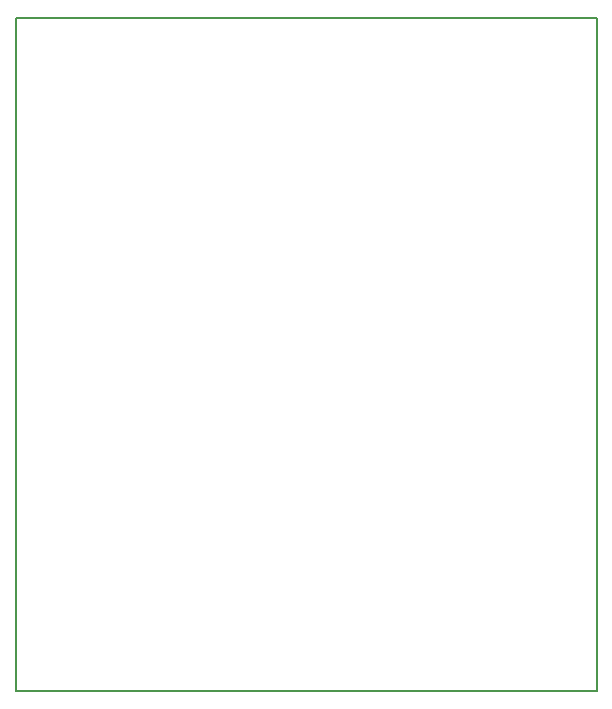
<source format=gbr>
G04 #@! TF.GenerationSoftware,KiCad,Pcbnew,5.0.1*
G04 #@! TF.CreationDate,2019-02-12T16:04:37-06:00*
G04 #@! TF.ProjectId,EFM,45464D2E6B696361645F706362000000,rev?*
G04 #@! TF.SameCoordinates,Original*
G04 #@! TF.FileFunction,Profile,NP*
%FSLAX46Y46*%
G04 Gerber Fmt 4.6, Leading zero omitted, Abs format (unit mm)*
G04 Created by KiCad (PCBNEW 5.0.1) date Tue 12 Feb 2019 04:04:37 PM CST*
%MOMM*%
%LPD*%
G01*
G04 APERTURE LIST*
%ADD10C,0.200000*%
%ADD11C,0.150000*%
G04 APERTURE END LIST*
D10*
X244200000Y-86500000D02*
X244200000Y-90000000D01*
X195000000Y-86500000D02*
X195000000Y-90000000D01*
D11*
X195000000Y-86500000D02*
X195000000Y-33000000D01*
X244200000Y-90000000D02*
X195000000Y-90000000D01*
X244200000Y-33000000D02*
X244200000Y-86500000D01*
X195000000Y-33000000D02*
X244200000Y-33000000D01*
M02*

</source>
